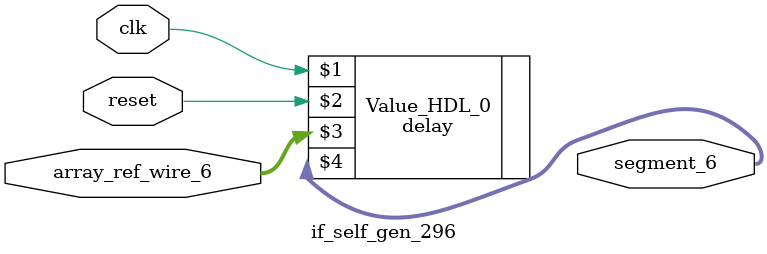
<source format=v>
module if_self_gen_296( input clk, input reset, input [31:0]array_ref_wire_6, output [31:0]segment_6); 
	wire [31:0]segment_6;
	//Proceed with segment_6 = array_ref_wire_6
	delay Value_HDL_0 ( clk, reset, array_ref_wire_6, segment_6);
endmodule
</source>
